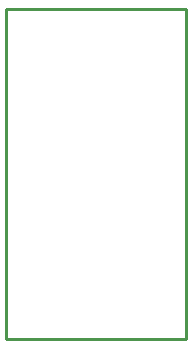
<source format=gbr>
G04 EAGLE Gerber RS-274X export*
G75*
%MOMM*%
%FSLAX34Y34*%
%LPD*%
%IN*%
%IPPOS*%
%AMOC8*
5,1,8,0,0,1.08239X$1,22.5*%
G01*
%ADD10C,0.254000*%


D10*
X0Y0D02*
X152400Y0D01*
X152400Y279400D01*
X0Y279400D01*
X0Y0D01*
M02*

</source>
